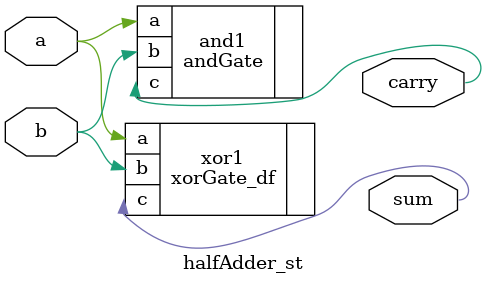
<source format=v>
`include "xorGate_df.v"
`include "andGate.v"
module halfAdder_st(sum, carry, a,b);
    output sum, carry;
    input a,b;

    xorGate_df xor1(
        .c(sum),
        .a(a),
        .b(b)
    );
    andGate and1(
        .c(carry),
        .a(a),
        .b(b)
    );
endmodule
</source>
